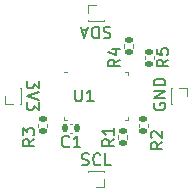
<source format=gto>
%TF.GenerationSoftware,KiCad,Pcbnew,7.0.5-1.fc38*%
%TF.CreationDate,2023-07-07T14:23:31-04:00*%
%TF.ProjectId,bno085-i2c-board-v3-large,626e6f30-3835-42d6-9932-632d626f6172,rev?*%
%TF.SameCoordinates,Original*%
%TF.FileFunction,Legend,Top*%
%TF.FilePolarity,Positive*%
%FSLAX46Y46*%
G04 Gerber Fmt 4.6, Leading zero omitted, Abs format (unit mm)*
G04 Created by KiCad (PCBNEW 7.0.5-1.fc38) date 2023-07-07 14:23:31*
%MOMM*%
%LPD*%
G01*
G04 APERTURE LIST*
G04 Aperture macros list*
%AMRoundRect*
0 Rectangle with rounded corners*
0 $1 Rounding radius*
0 $2 $3 $4 $5 $6 $7 $8 $9 X,Y pos of 4 corners*
0 Add a 4 corners polygon primitive as box body*
4,1,4,$2,$3,$4,$5,$6,$7,$8,$9,$2,$3,0*
0 Add four circle primitives for the rounded corners*
1,1,$1+$1,$2,$3*
1,1,$1+$1,$4,$5*
1,1,$1+$1,$6,$7*
1,1,$1+$1,$8,$9*
0 Add four rect primitives between the rounded corners*
20,1,$1+$1,$2,$3,$4,$5,0*
20,1,$1+$1,$4,$5,$6,$7,0*
20,1,$1+$1,$6,$7,$8,$9,0*
20,1,$1+$1,$8,$9,$2,$3,0*%
G04 Aperture macros list end*
%ADD10C,0.150000*%
%ADD11C,0.120000*%
%ADD12RoundRect,0.135000X-0.185000X0.135000X-0.185000X-0.135000X0.185000X-0.135000X0.185000X0.135000X0*%
%ADD13R,0.850000X0.850000*%
%ADD14RoundRect,0.135000X0.185000X-0.135000X0.185000X0.135000X-0.185000X0.135000X-0.185000X-0.135000X0*%
%ADD15R,0.254000X0.675000*%
%ADD16R,0.675000X0.254000*%
%ADD17RoundRect,0.140000X0.140000X0.170000X-0.140000X0.170000X-0.140000X-0.170000X0.140000X-0.170000X0*%
G04 APERTURE END LIST*
D10*
X128789160Y-75822200D02*
X128932017Y-75869819D01*
X128932017Y-75869819D02*
X129170112Y-75869819D01*
X129170112Y-75869819D02*
X129265350Y-75822200D01*
X129265350Y-75822200D02*
X129312969Y-75774580D01*
X129312969Y-75774580D02*
X129360588Y-75679342D01*
X129360588Y-75679342D02*
X129360588Y-75584104D01*
X129360588Y-75584104D02*
X129312969Y-75488866D01*
X129312969Y-75488866D02*
X129265350Y-75441247D01*
X129265350Y-75441247D02*
X129170112Y-75393628D01*
X129170112Y-75393628D02*
X128979636Y-75346009D01*
X128979636Y-75346009D02*
X128884398Y-75298390D01*
X128884398Y-75298390D02*
X128836779Y-75250771D01*
X128836779Y-75250771D02*
X128789160Y-75155533D01*
X128789160Y-75155533D02*
X128789160Y-75060295D01*
X128789160Y-75060295D02*
X128836779Y-74965057D01*
X128836779Y-74965057D02*
X128884398Y-74917438D01*
X128884398Y-74917438D02*
X128979636Y-74869819D01*
X128979636Y-74869819D02*
X129217731Y-74869819D01*
X129217731Y-74869819D02*
X129360588Y-74917438D01*
X130360588Y-75774580D02*
X130312969Y-75822200D01*
X130312969Y-75822200D02*
X130170112Y-75869819D01*
X130170112Y-75869819D02*
X130074874Y-75869819D01*
X130074874Y-75869819D02*
X129932017Y-75822200D01*
X129932017Y-75822200D02*
X129836779Y-75726961D01*
X129836779Y-75726961D02*
X129789160Y-75631723D01*
X129789160Y-75631723D02*
X129741541Y-75441247D01*
X129741541Y-75441247D02*
X129741541Y-75298390D01*
X129741541Y-75298390D02*
X129789160Y-75107914D01*
X129789160Y-75107914D02*
X129836779Y-75012676D01*
X129836779Y-75012676D02*
X129932017Y-74917438D01*
X129932017Y-74917438D02*
X130074874Y-74869819D01*
X130074874Y-74869819D02*
X130170112Y-74869819D01*
X130170112Y-74869819D02*
X130312969Y-74917438D01*
X130312969Y-74917438D02*
X130360588Y-74965057D01*
X131265350Y-75869819D02*
X130789160Y-75869819D01*
X130789160Y-75869819D02*
X130789160Y-74869819D01*
X134917438Y-70639411D02*
X134869819Y-70734649D01*
X134869819Y-70734649D02*
X134869819Y-70877506D01*
X134869819Y-70877506D02*
X134917438Y-71020363D01*
X134917438Y-71020363D02*
X135012676Y-71115601D01*
X135012676Y-71115601D02*
X135107914Y-71163220D01*
X135107914Y-71163220D02*
X135298390Y-71210839D01*
X135298390Y-71210839D02*
X135441247Y-71210839D01*
X135441247Y-71210839D02*
X135631723Y-71163220D01*
X135631723Y-71163220D02*
X135726961Y-71115601D01*
X135726961Y-71115601D02*
X135822200Y-71020363D01*
X135822200Y-71020363D02*
X135869819Y-70877506D01*
X135869819Y-70877506D02*
X135869819Y-70782268D01*
X135869819Y-70782268D02*
X135822200Y-70639411D01*
X135822200Y-70639411D02*
X135774580Y-70591792D01*
X135774580Y-70591792D02*
X135441247Y-70591792D01*
X135441247Y-70591792D02*
X135441247Y-70782268D01*
X135869819Y-70163220D02*
X134869819Y-70163220D01*
X134869819Y-70163220D02*
X135869819Y-69591792D01*
X135869819Y-69591792D02*
X134869819Y-69591792D01*
X135869819Y-69115601D02*
X134869819Y-69115601D01*
X134869819Y-69115601D02*
X134869819Y-68877506D01*
X134869819Y-68877506D02*
X134917438Y-68734649D01*
X134917438Y-68734649D02*
X135012676Y-68639411D01*
X135012676Y-68639411D02*
X135107914Y-68591792D01*
X135107914Y-68591792D02*
X135298390Y-68544173D01*
X135298390Y-68544173D02*
X135441247Y-68544173D01*
X135441247Y-68544173D02*
X135631723Y-68591792D01*
X135631723Y-68591792D02*
X135726961Y-68639411D01*
X135726961Y-68639411D02*
X135822200Y-68734649D01*
X135822200Y-68734649D02*
X135869819Y-68877506D01*
X135869819Y-68877506D02*
X135869819Y-69115601D01*
X125130180Y-68741541D02*
X125130180Y-69360588D01*
X125130180Y-69360588D02*
X124749228Y-69027255D01*
X124749228Y-69027255D02*
X124749228Y-69170112D01*
X124749228Y-69170112D02*
X124701609Y-69265350D01*
X124701609Y-69265350D02*
X124653990Y-69312969D01*
X124653990Y-69312969D02*
X124558752Y-69360588D01*
X124558752Y-69360588D02*
X124320657Y-69360588D01*
X124320657Y-69360588D02*
X124225419Y-69312969D01*
X124225419Y-69312969D02*
X124177800Y-69265350D01*
X124177800Y-69265350D02*
X124130180Y-69170112D01*
X124130180Y-69170112D02*
X124130180Y-68884398D01*
X124130180Y-68884398D02*
X124177800Y-68789160D01*
X124177800Y-68789160D02*
X124225419Y-68741541D01*
X125130180Y-69646303D02*
X124130180Y-69979636D01*
X124130180Y-69979636D02*
X125130180Y-70312969D01*
X125130180Y-70551065D02*
X125130180Y-71170112D01*
X125130180Y-71170112D02*
X124749228Y-70836779D01*
X124749228Y-70836779D02*
X124749228Y-70979636D01*
X124749228Y-70979636D02*
X124701609Y-71074874D01*
X124701609Y-71074874D02*
X124653990Y-71122493D01*
X124653990Y-71122493D02*
X124558752Y-71170112D01*
X124558752Y-71170112D02*
X124320657Y-71170112D01*
X124320657Y-71170112D02*
X124225419Y-71122493D01*
X124225419Y-71122493D02*
X124177800Y-71074874D01*
X124177800Y-71074874D02*
X124130180Y-70979636D01*
X124130180Y-70979636D02*
X124130180Y-70693922D01*
X124130180Y-70693922D02*
X124177800Y-70598684D01*
X124177800Y-70598684D02*
X124225419Y-70551065D01*
X131210839Y-64177800D02*
X131067982Y-64130180D01*
X131067982Y-64130180D02*
X130829887Y-64130180D01*
X130829887Y-64130180D02*
X130734649Y-64177800D01*
X130734649Y-64177800D02*
X130687030Y-64225419D01*
X130687030Y-64225419D02*
X130639411Y-64320657D01*
X130639411Y-64320657D02*
X130639411Y-64415895D01*
X130639411Y-64415895D02*
X130687030Y-64511133D01*
X130687030Y-64511133D02*
X130734649Y-64558752D01*
X130734649Y-64558752D02*
X130829887Y-64606371D01*
X130829887Y-64606371D02*
X131020363Y-64653990D01*
X131020363Y-64653990D02*
X131115601Y-64701609D01*
X131115601Y-64701609D02*
X131163220Y-64749228D01*
X131163220Y-64749228D02*
X131210839Y-64844466D01*
X131210839Y-64844466D02*
X131210839Y-64939704D01*
X131210839Y-64939704D02*
X131163220Y-65034942D01*
X131163220Y-65034942D02*
X131115601Y-65082561D01*
X131115601Y-65082561D02*
X131020363Y-65130180D01*
X131020363Y-65130180D02*
X130782268Y-65130180D01*
X130782268Y-65130180D02*
X130639411Y-65082561D01*
X130210839Y-64130180D02*
X130210839Y-65130180D01*
X130210839Y-65130180D02*
X129972744Y-65130180D01*
X129972744Y-65130180D02*
X129829887Y-65082561D01*
X129829887Y-65082561D02*
X129734649Y-64987323D01*
X129734649Y-64987323D02*
X129687030Y-64892085D01*
X129687030Y-64892085D02*
X129639411Y-64701609D01*
X129639411Y-64701609D02*
X129639411Y-64558752D01*
X129639411Y-64558752D02*
X129687030Y-64368276D01*
X129687030Y-64368276D02*
X129734649Y-64273038D01*
X129734649Y-64273038D02*
X129829887Y-64177800D01*
X129829887Y-64177800D02*
X129972744Y-64130180D01*
X129972744Y-64130180D02*
X130210839Y-64130180D01*
X129258458Y-64415895D02*
X128782268Y-64415895D01*
X129353696Y-64130180D02*
X129020363Y-65130180D01*
X129020363Y-65130180D02*
X128687030Y-64130180D01*
%TO.C,R5*%
X136124819Y-66916666D02*
X135648628Y-67249999D01*
X136124819Y-67488094D02*
X135124819Y-67488094D01*
X135124819Y-67488094D02*
X135124819Y-67107142D01*
X135124819Y-67107142D02*
X135172438Y-67011904D01*
X135172438Y-67011904D02*
X135220057Y-66964285D01*
X135220057Y-66964285D02*
X135315295Y-66916666D01*
X135315295Y-66916666D02*
X135458152Y-66916666D01*
X135458152Y-66916666D02*
X135553390Y-66964285D01*
X135553390Y-66964285D02*
X135601009Y-67011904D01*
X135601009Y-67011904D02*
X135648628Y-67107142D01*
X135648628Y-67107142D02*
X135648628Y-67488094D01*
X135124819Y-66011904D02*
X135124819Y-66488094D01*
X135124819Y-66488094D02*
X135601009Y-66535713D01*
X135601009Y-66535713D02*
X135553390Y-66488094D01*
X135553390Y-66488094D02*
X135505771Y-66392856D01*
X135505771Y-66392856D02*
X135505771Y-66154761D01*
X135505771Y-66154761D02*
X135553390Y-66059523D01*
X135553390Y-66059523D02*
X135601009Y-66011904D01*
X135601009Y-66011904D02*
X135696247Y-65964285D01*
X135696247Y-65964285D02*
X135934342Y-65964285D01*
X135934342Y-65964285D02*
X136029580Y-66011904D01*
X136029580Y-66011904D02*
X136077200Y-66059523D01*
X136077200Y-66059523D02*
X136124819Y-66154761D01*
X136124819Y-66154761D02*
X136124819Y-66392856D01*
X136124819Y-66392856D02*
X136077200Y-66488094D01*
X136077200Y-66488094D02*
X136029580Y-66535713D01*
%TO.C,R2*%
X135624819Y-73916666D02*
X135148628Y-74249999D01*
X135624819Y-74488094D02*
X134624819Y-74488094D01*
X134624819Y-74488094D02*
X134624819Y-74107142D01*
X134624819Y-74107142D02*
X134672438Y-74011904D01*
X134672438Y-74011904D02*
X134720057Y-73964285D01*
X134720057Y-73964285D02*
X134815295Y-73916666D01*
X134815295Y-73916666D02*
X134958152Y-73916666D01*
X134958152Y-73916666D02*
X135053390Y-73964285D01*
X135053390Y-73964285D02*
X135101009Y-74011904D01*
X135101009Y-74011904D02*
X135148628Y-74107142D01*
X135148628Y-74107142D02*
X135148628Y-74488094D01*
X134720057Y-73535713D02*
X134672438Y-73488094D01*
X134672438Y-73488094D02*
X134624819Y-73392856D01*
X134624819Y-73392856D02*
X134624819Y-73154761D01*
X134624819Y-73154761D02*
X134672438Y-73059523D01*
X134672438Y-73059523D02*
X134720057Y-73011904D01*
X134720057Y-73011904D02*
X134815295Y-72964285D01*
X134815295Y-72964285D02*
X134910533Y-72964285D01*
X134910533Y-72964285D02*
X135053390Y-73011904D01*
X135053390Y-73011904D02*
X135624819Y-73583332D01*
X135624819Y-73583332D02*
X135624819Y-72964285D01*
%TO.C,R1*%
X131534819Y-73666666D02*
X131058628Y-73999999D01*
X131534819Y-74238094D02*
X130534819Y-74238094D01*
X130534819Y-74238094D02*
X130534819Y-73857142D01*
X130534819Y-73857142D02*
X130582438Y-73761904D01*
X130582438Y-73761904D02*
X130630057Y-73714285D01*
X130630057Y-73714285D02*
X130725295Y-73666666D01*
X130725295Y-73666666D02*
X130868152Y-73666666D01*
X130868152Y-73666666D02*
X130963390Y-73714285D01*
X130963390Y-73714285D02*
X131011009Y-73761904D01*
X131011009Y-73761904D02*
X131058628Y-73857142D01*
X131058628Y-73857142D02*
X131058628Y-74238094D01*
X131534819Y-72714285D02*
X131534819Y-73285713D01*
X131534819Y-72999999D02*
X130534819Y-72999999D01*
X130534819Y-72999999D02*
X130677676Y-73095237D01*
X130677676Y-73095237D02*
X130772914Y-73190475D01*
X130772914Y-73190475D02*
X130820533Y-73285713D01*
%TO.C,R3*%
X124784819Y-73666666D02*
X124308628Y-73999999D01*
X124784819Y-74238094D02*
X123784819Y-74238094D01*
X123784819Y-74238094D02*
X123784819Y-73857142D01*
X123784819Y-73857142D02*
X123832438Y-73761904D01*
X123832438Y-73761904D02*
X123880057Y-73714285D01*
X123880057Y-73714285D02*
X123975295Y-73666666D01*
X123975295Y-73666666D02*
X124118152Y-73666666D01*
X124118152Y-73666666D02*
X124213390Y-73714285D01*
X124213390Y-73714285D02*
X124261009Y-73761904D01*
X124261009Y-73761904D02*
X124308628Y-73857142D01*
X124308628Y-73857142D02*
X124308628Y-74238094D01*
X123784819Y-73333332D02*
X123784819Y-72714285D01*
X123784819Y-72714285D02*
X124165771Y-73047618D01*
X124165771Y-73047618D02*
X124165771Y-72904761D01*
X124165771Y-72904761D02*
X124213390Y-72809523D01*
X124213390Y-72809523D02*
X124261009Y-72761904D01*
X124261009Y-72761904D02*
X124356247Y-72714285D01*
X124356247Y-72714285D02*
X124594342Y-72714285D01*
X124594342Y-72714285D02*
X124689580Y-72761904D01*
X124689580Y-72761904D02*
X124737200Y-72809523D01*
X124737200Y-72809523D02*
X124784819Y-72904761D01*
X124784819Y-72904761D02*
X124784819Y-73190475D01*
X124784819Y-73190475D02*
X124737200Y-73285713D01*
X124737200Y-73285713D02*
X124689580Y-73333332D01*
%TO.C,R4*%
X132034819Y-66916666D02*
X131558628Y-67249999D01*
X132034819Y-67488094D02*
X131034819Y-67488094D01*
X131034819Y-67488094D02*
X131034819Y-67107142D01*
X131034819Y-67107142D02*
X131082438Y-67011904D01*
X131082438Y-67011904D02*
X131130057Y-66964285D01*
X131130057Y-66964285D02*
X131225295Y-66916666D01*
X131225295Y-66916666D02*
X131368152Y-66916666D01*
X131368152Y-66916666D02*
X131463390Y-66964285D01*
X131463390Y-66964285D02*
X131511009Y-67011904D01*
X131511009Y-67011904D02*
X131558628Y-67107142D01*
X131558628Y-67107142D02*
X131558628Y-67488094D01*
X131368152Y-66059523D02*
X132034819Y-66059523D01*
X130987200Y-66297618D02*
X131701485Y-66535713D01*
X131701485Y-66535713D02*
X131701485Y-65916666D01*
%TO.C,U1*%
X128238095Y-69454819D02*
X128238095Y-70264342D01*
X128238095Y-70264342D02*
X128285714Y-70359580D01*
X128285714Y-70359580D02*
X128333333Y-70407200D01*
X128333333Y-70407200D02*
X128428571Y-70454819D01*
X128428571Y-70454819D02*
X128619047Y-70454819D01*
X128619047Y-70454819D02*
X128714285Y-70407200D01*
X128714285Y-70407200D02*
X128761904Y-70359580D01*
X128761904Y-70359580D02*
X128809523Y-70264342D01*
X128809523Y-70264342D02*
X128809523Y-69454819D01*
X129809523Y-70454819D02*
X129238095Y-70454819D01*
X129523809Y-70454819D02*
X129523809Y-69454819D01*
X129523809Y-69454819D02*
X129428571Y-69597676D01*
X129428571Y-69597676D02*
X129333333Y-69692914D01*
X129333333Y-69692914D02*
X129238095Y-69740533D01*
%TO.C,C1*%
X127720571Y-74266027D02*
X127672952Y-74313647D01*
X127672952Y-74313647D02*
X127530095Y-74361266D01*
X127530095Y-74361266D02*
X127434857Y-74361266D01*
X127434857Y-74361266D02*
X127292000Y-74313647D01*
X127292000Y-74313647D02*
X127196762Y-74218408D01*
X127196762Y-74218408D02*
X127149143Y-74123170D01*
X127149143Y-74123170D02*
X127101524Y-73932694D01*
X127101524Y-73932694D02*
X127101524Y-73789837D01*
X127101524Y-73789837D02*
X127149143Y-73599361D01*
X127149143Y-73599361D02*
X127196762Y-73504123D01*
X127196762Y-73504123D02*
X127292000Y-73408885D01*
X127292000Y-73408885D02*
X127434857Y-73361266D01*
X127434857Y-73361266D02*
X127530095Y-73361266D01*
X127530095Y-73361266D02*
X127672952Y-73408885D01*
X127672952Y-73408885D02*
X127720571Y-73456504D01*
X128672952Y-74361266D02*
X128101524Y-74361266D01*
X128387238Y-74361266D02*
X128387238Y-73361266D01*
X128387238Y-73361266D02*
X128292000Y-73504123D01*
X128292000Y-73504123D02*
X128196762Y-73599361D01*
X128196762Y-73599361D02*
X128101524Y-73646980D01*
D11*
%TO.C,R5*%
X134880000Y-66596359D02*
X134880000Y-66903641D01*
X134120000Y-66596359D02*
X134120000Y-66903641D01*
%TO.C,J4*%
X137685000Y-69305000D02*
X137685000Y-70000000D01*
X137000000Y-69305000D02*
X137685000Y-69305000D01*
X136315000Y-69305000D02*
X136440000Y-69305000D01*
X136315000Y-69305000D02*
X136315000Y-69391724D01*
X136315000Y-69305000D02*
X136315000Y-70695000D01*
X136315000Y-70608276D02*
X136315000Y-70695000D01*
X136315000Y-70695000D02*
X136440000Y-70695000D01*
%TO.C,R2*%
X134380000Y-72346359D02*
X134380000Y-72653641D01*
X133620000Y-72346359D02*
X133620000Y-72653641D01*
%TO.C,R1*%
X131870000Y-73653641D02*
X131870000Y-73346359D01*
X132630000Y-73653641D02*
X132630000Y-73346359D01*
%TO.C,J3*%
X122315000Y-70695000D02*
X122315000Y-70000000D01*
X123000000Y-70695000D02*
X122315000Y-70695000D01*
X123685000Y-70695000D02*
X123560000Y-70695000D01*
X123685000Y-70695000D02*
X123685000Y-70608276D01*
X123685000Y-70695000D02*
X123685000Y-69305000D01*
X123685000Y-69391724D02*
X123685000Y-69305000D01*
X123685000Y-69305000D02*
X123560000Y-69305000D01*
%TO.C,R3*%
X125120000Y-72653641D02*
X125120000Y-72346359D01*
X125880000Y-72653641D02*
X125880000Y-72346359D01*
%TO.C,J2*%
X130695000Y-77685000D02*
X130000000Y-77685000D01*
X130695000Y-77000000D02*
X130695000Y-77685000D01*
X130695000Y-76315000D02*
X130695000Y-76440000D01*
X130695000Y-76315000D02*
X130608276Y-76315000D01*
X130695000Y-76315000D02*
X129305000Y-76315000D01*
X129391724Y-76315000D02*
X129305000Y-76315000D01*
X129305000Y-76315000D02*
X129305000Y-76440000D01*
%TO.C,R4*%
X132370000Y-65903641D02*
X132370000Y-65596359D01*
X133130000Y-65903641D02*
X133130000Y-65596359D01*
%TO.C,U1*%
X127290000Y-67990000D02*
X127550000Y-67990000D01*
X127290000Y-72010000D02*
X127290000Y-71750000D01*
X127290000Y-72010000D02*
X127550000Y-72010000D01*
X132710000Y-67990000D02*
X132450000Y-67990000D01*
X132710000Y-67990000D02*
X132710000Y-68250000D01*
X132710000Y-72010000D02*
X132450000Y-72010000D01*
X132710000Y-72010000D02*
X132710000Y-71750000D01*
%TO.C,J1*%
X129305000Y-62315000D02*
X130000000Y-62315000D01*
X129305000Y-63000000D02*
X129305000Y-62315000D01*
X129305000Y-63685000D02*
X129305000Y-63560000D01*
X129305000Y-63685000D02*
X129391724Y-63685000D01*
X129305000Y-63685000D02*
X130695000Y-63685000D01*
X130608276Y-63685000D02*
X130695000Y-63685000D01*
X130695000Y-63685000D02*
X130695000Y-63560000D01*
%TO.C,C1*%
X127995074Y-73106447D02*
X127779402Y-73106447D01*
X127995074Y-72386447D02*
X127779402Y-72386447D01*
%TD*%
%LPC*%
D12*
%TO.C,R5*%
X134500000Y-66240000D03*
X134500000Y-67260000D03*
%TD*%
D13*
%TO.C,J4*%
X137000000Y-70000000D03*
%TD*%
D12*
%TO.C,R2*%
X134000000Y-71990000D03*
X134000000Y-73010000D03*
%TD*%
D14*
%TO.C,R1*%
X132250000Y-74010000D03*
X132250000Y-72990000D03*
%TD*%
D13*
%TO.C,J3*%
X123000000Y-70000000D03*
%TD*%
D14*
%TO.C,R3*%
X125500000Y-73010000D03*
X125500000Y-71990000D03*
%TD*%
D13*
%TO.C,J2*%
X130000000Y-77000000D03*
%TD*%
D14*
%TO.C,R4*%
X132750000Y-66260000D03*
X132750000Y-65240000D03*
%TD*%
D15*
%TO.C,U1*%
X127750000Y-68337500D03*
D16*
X127612500Y-69250000D03*
X127612500Y-69750000D03*
X127612500Y-70250000D03*
X127612500Y-70750000D03*
D15*
X127750000Y-71662500D03*
X128250000Y-71662500D03*
X128750000Y-71662500D03*
X129250000Y-71662500D03*
X129750000Y-71662500D03*
X130250000Y-71662500D03*
X130750000Y-71662500D03*
X131250000Y-71662500D03*
X131750000Y-71662500D03*
X132250000Y-71662500D03*
D16*
X132387500Y-70750000D03*
X132387500Y-70250000D03*
X132387500Y-69750000D03*
X132387500Y-69250000D03*
D15*
X132250000Y-68337500D03*
X131750000Y-68337500D03*
X131250000Y-68337500D03*
X130750000Y-68337500D03*
X130250000Y-68337500D03*
X129750000Y-68337500D03*
X129250000Y-68337500D03*
X128750000Y-68337500D03*
X128250000Y-68337500D03*
%TD*%
D13*
%TO.C,J1*%
X130000000Y-63000000D03*
%TD*%
D17*
%TO.C,C1*%
X128367238Y-72746447D03*
X127407238Y-72746447D03*
%TD*%
%LPD*%
M02*

</source>
